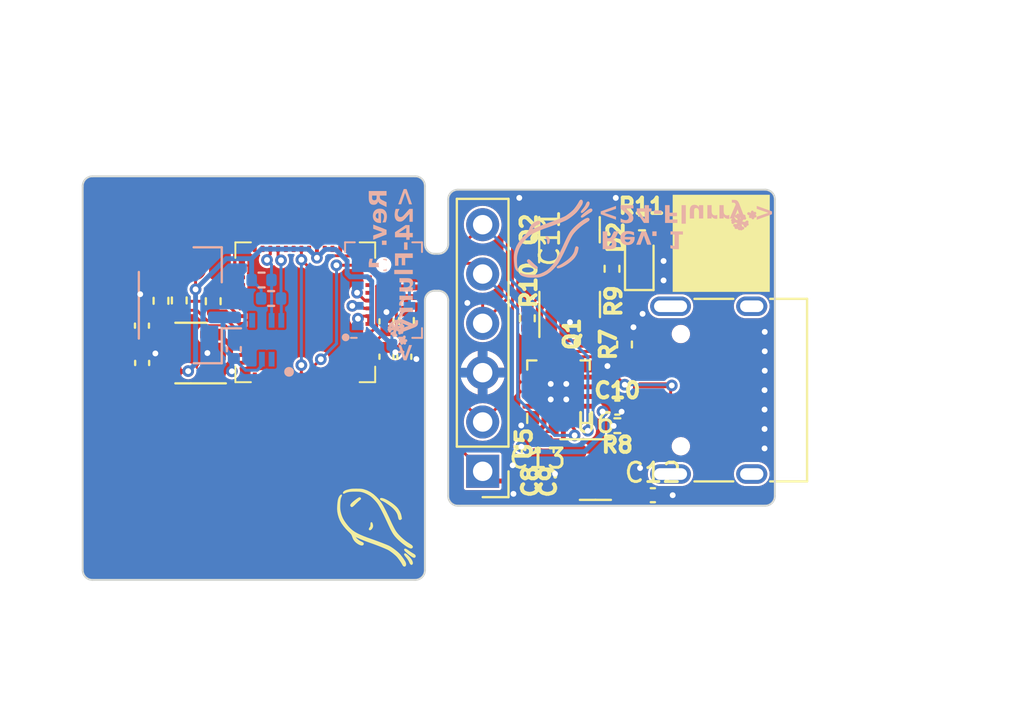
<source format=kicad_pcb>
(kicad_pcb (version 20221018) (generator pcbnew)
  (layers (0 "F.Cu" signal) (31 "B.Cu" signal) (34 "B.Paste" user) (35 "F.Paste" user) (36 "B.SilkS" user "B.Silkscreen") (37 "F.SilkS" user "F.Silkscreen") (38 "B.Mask" user) (39 "F.Mask" user) (44 "Edge.Cuts" user))
  (net 0 "")
  (net 1 "+BATT")
  (net 2 "GND")
  (net 3 "+3V3")
  (net 4 "/REG_OUT")
  (net 5 "Net-(D1-RK)")
  (net 6 "Net-(D1-GK)")
  (net 7 "Net-(D1-BK)")
  (net 8 "/ESP_EN")
  (net 9 "/BOOT0")
  (net 10 "/U0TXD")
  (net 11 "/U0RXD")
  (net 12 "VBUS")
  (net 13 "Net-(J3-CC1)")
  (net 14 "/USB_D+")
  (net 15 "/USB_D-")
  (net 16 "Net-(J3-CC2)")
  (net 18 "Net-(Q1-B)")
  (net 19 "/RTS")
  (net 20 "Net-(Q2-B)")
  (net 21 "/DTR")
  (net 22 "/SCL")
  (net 23 "/SDA")
  (net 24 "/LED_R")
  (net 25 "/LED_G")
  (net 26 "/LED_B")
  (net 27 "/MIC_SCK")
  (net 28 "/MIC_SD")
  (net 29 "/MIC_WS")
  (net 30 "/ACT")
  (net 31 "Net-(D2-A)")
  (net 32 "Net-(U1-LNA_IN)")
  (net 33 "Net-(U2-BP)")
  (net 39 "Net-(U6-BP)")
  (footprint "Capacitor_SMD:C_0402_1005Metric" (layer "F.Cu") (at 79.94 54.18)
    (fp_text reference "C13")
    (fp_text value "4.7u")
  )
  (footprint "Resistor_SMD:R_0402_1005Metric" (layer "F.Cu") (at 79.415 45.8 90)
    (fp_text reference "R10")
    (fp_text value "10k")
  )
  (footprint "Capacitor_SMD:C_0402_1005Metric" (layer "F.Cu") (at 85.88 54.91)
    (fp_text reference "C12")
    (fp_text value "10n")
  )
  (footprint "Capacitor_SMD:C_0402_1005Metric" (layer "F.Cu") (at 73.08 47.78 -90)
    (fp_text reference "C1" hide)
    (fp_text value "4.7u")
  )
  (footprint "Resistor_SMD:R_0402_1005Metric" (layer "F.Cu") (at 73.19 45.94 -90)
    (fp_text reference "R1" hide)
    (fp_text value "10k")
  )
  (footprint "Package_TO_SOT_SMD:SOT-23-5" (layer "F.Cu") (at 62.09 47.59 180)
    (fp_text reference "U2" hide)
    (fp_text value "SPX3819M5-L-3-3")
  )
  (footprint "Capacitor_SMD:C_0402_1005Metric" (layer "F.Cu") (at 79.49 52.59 -90)
    (fp_text reference "C8")
    (fp_text value "100n")
  )
  (footprint "Capacitor_SMD:C_0402_1005Metric" (layer "F.Cu") (at 72.16 45.96 90)
    (fp_text reference "C3" hide)
    (fp_text value "1u")
  )
  (footprint "Resistor_SMD:R_0402_1005Metric" (layer "F.Cu") (at 60.55 44.9 90)
    (fp_text reference "R6" hide)
    (fp_text value "1k")
  )
  (footprint "Capacitor_SMD:C_0402_1005Metric" (layer "F.Cu") (at 59.58 48.1 90)
    (fp_text reference "C5" hide)
    (fp_text value "4.7u")
  )
  (footprint "Package_DFN_QFN:QFN-16-1EP_3x3mm_P0.5mm_EP1.9x1.9mm" (layer "F.Cu") (at 81.02 49.58 90)
    (fp_text reference "U5")
    (fp_text value "CH343P")
  )
  (footprint "Capacitor_SMD:C_0402_1005Metric" (layer "F.Cu") (at 80.41 52.59 -90)
    (fp_text reference "C9")
    (fp_text value "1u")
  )
  (footprint "Package_TO_SOT_SMD:SOT-23-5" (layer "F.Cu") (at 82.92 53.59)
    (fp_text reference "U6")
    (fp_text value "SPX3819M5-L-3-3")
  )
  (footprint "Connector_PinHeader_2.54mm:PinHeader_1x06_P2.54mm_Vertical" (layer "F.Cu") (at 77.115 53.68 180)
    (fp_text reference "J2" hide)
    (fp_text value "Conn_01x06")
  )
  (footprint "Package_TO_SOT_SMD:SOT-23" (layer "F.Cu") (at 81.585 41.24 90)
    (fp_text reference "Q2")
    (fp_text value "MMBT3904")
  )
  (footprint "Capacitor_SMD:C_0402_1005Metric" (layer "F.Cu") (at 59.57 46.18 90)
    (fp_text reference "C4" hide)
    (fp_text value "10n")
  )
  (footprint "Capacitor_SMD:C_0402_1005Metric" (layer "F.Cu") (at 79.41 41.67 -90)
    (fp_text reference "C11")
    (fp_text value "1u")
  )
  (footprint "Duck_footprints:USB_C_Receptacle" (layer "F.Cu") (at 89.92 49.5 90)
    (fp_text reference "J3" hide)
    (fp_text value "USB_C_Receptacle_USB2.0_14P")
  )
  (footprint "Duck_footprints:ANT_IFA_USB_2.4GHz_50R" (layer "F.Cu") (at 73.34 49.735)
    (fp_text reference "AE1" hide)
    (fp_text value "2.4GHz 50R" hide)
  )
  (footprint "LOGO" (layer "F.Cu") (at 71.7 56.66)
    (fp_text reference "G***" hide)
    (fp_text value "LOGO" hide)
  )
  (footprint "Resistor_SMD:R_0402_1005Metric" (layer "F.Cu") (at 84.05 51.33 180)
    (fp_text reference "R8")
    (fp_text value "5.1k")
  )
  (footprint "LED_SMD:LED_0603_1608Metric" (layer "F.Cu") (at 85.18 42.86 90)
    (fp_text reference "D2")
    (fp_text value "White")
  )
  (footprint "Package_TO_SOT_SMD:SOT-23" (layer "F.Cu") (at 81.595 45.09 90)
    (fp_text reference "Q1")
    (fp_text value "MMBT3904")
  )
  (footprint "Espressif:ESP32-S3-PICO-1-LGA-56" (layer "F.Cu") (at 67.98 45.49 180)
    (fp_text reference "U1" hide)
    (fp_text value "ESP32-S3-PICO-1")
  )
  (footprint "Resistor_SMD:R_0402_1005Metric" (layer "F.Cu") (at 61.49 44.88 90)
    (fp_text reference "R5" hide)
    (fp_text value "1k")
  )
  (footprint "Capacitor_SMD:C_0402_1005Metric" (layer "F.Cu") (at 84.05 50.4)
    (fp_text reference "C10")
    (fp_text value "100n")
  )
  (footprint "Capacitor_SMD:C_0402_1005Metric" (layer "F.Cu") (at 72.16 47.78 -90)
    (fp_text reference "C2" hide)
    (fp_text value "100n")
  )
  (footprint "Duck_footprints:LED_1x04_D5.0_P1.27" (layer "F.Cu") (at 61.68 42.93 180)
    (fp_text reference "D1" hide)
    (fp_text value "LED_RAGB" hide)
  )
  (footprint "Resistor_SMD:R_0402_1005Metric" (layer "F.Cu") (at 84.42 47.15 90)
    (fp_text reference "R7")
    (fp_text value "5.1k")
  )
  (footprint "Resistor_SMD:R_0402_1005Metric" (layer "F.Cu") (at 85.32 40.89 180)
    (fp_text reference "R11")
    (fp_text value "10k")
  )
  (footprint "Duck_footprints:TestPoints_FFC_1x06_P0.5" (layer "F.Cu") (at 73.22 43.46 90)
    (fp_text reference "J1" hide)
    (fp_text value "Conn_01x06")
  )
  (footprint "Resistor_SMD:R_0402_1005Metric" (layer "F.Cu") (at 63.24 44.92 90)
    (fp_text reference "R4" hide)
    (fp_text value "1k")
  )
  (footprint "Resistor_SMD:R_0402_1005Metric" (layer "F.Cu") (at 83.775 43.25 -90)
    (fp_text reference "R9")
    (fp_text value "10k")
  )
  (footprint "MAX17048G+T10:SON50P200X200X80-9N-D" (layer "B.Cu") (at 65.995 46.9075 90)
    (fp_text reference "U4" hide)
    (fp_text value "MAX17048G+T10" hide)
  )
  (footprint "Resistor_SMD:R_0402_1005Metric" (layer "B.Cu") (at 65.73 43.83)
    (fp_text reference "R2" hide)
    (fp_text value "4.7k")
  )
  (footprint "LOGO" (layer "B.Cu") (at 80.8 41.62)
    (fp_text reference "G***" hide)
    (fp_text value "LOGO" hide)
  )
  (footprint "Connector_JST:JST_GH_SM02B-GHS-TB_1x02-1MP_P1.25mm_Horizontal" (layer "B.Cu") (at 61.97 45.13 90)
    (fp_text reference "BT1" hide)
    (fp_text value "Battery_Cell")
  )
  (footprint "INMP441:INMP441" (layer "B.Cu") (at 72.01 44.6325 90)
    (fp_text reference "U3" hide)
    (fp_text value "INMP441")
  )
  (footprint "Capacitor_SMD:C_0402_1005Metric" (layer "B.Cu") (at 72.92 47.17)
    (fp_text reference "C6" hide)
    (fp_text value "100n")
  )
  (footprint "Resistor_SMD:R_0402_1005Metric" (layer "B.Cu") (at 66.22 44.78)
    (fp_text reference "R3" hide)
    (fp_text value "4.7k")
  )
  (footprint "Capacitor_SMD:C_0402_1005Metric" (layer "B.Cu") (at 64.3 47.39 90)
    (fp_text reference "C7" hide)
    (fp_text value "100n")
  )
  (gr_line (start 73.01 46.21) (end 72.29 46.38) (stroke (width 0.15)) (layer "B.SilkS"))
  (gr_line (start 72.46 46.16) (end 72.47 46.04) (stroke (width 0.15)) (layer "B.SilkS"))
  (gr_line (start 90.28 40.6) (end 90.17 40.55) (stroke (width 0.15)) (layer "B.SilkS"))
  (gr_line (start 72.71 46.05) (end 72.62 45.95) (stroke (width 0.15)) (layer "B.SilkS"))
  (gr_line (start 72.84 46.56) (end 72.86 46.48) (stroke (width 0.15)) (layer "B.SilkS"))
  (gr_line (start 72.97 46.3) (end 72.89 46.23) (stroke (width 0.15)) (layer "B.SilkS"))
  (gr_line (start 72.53 46.69) (end 72.74 45.93) (stroke (width 0.15)) (layer "B.SilkS"))
  (gr_line (start 90.54 40.6) (end 90.52 40.53) (stroke (width 0.15)) (layer "B.SilkS"))
  (gr_line (start 72.54 46.55) (end 72.44 46.59) (stroke (width 0.15)) (layer "B.SilkS"))
  (gr_line (start 91.14 40.54) (end 90.81 40.41) (stroke (width 0.15)) (layer "B.SilkS"))
  (gr_line (start 90.04 40.68) (end 90.1 40.78) (stroke (width 0.15)) (layer "B.SilkS"))
  (gr_line (start 90.73 40.84) (end 90.6 40.95) (stroke (width 0.15)) (layer "B.SilkS"))
  (gr_line (start 90.26 40.48) (end 90.43 41.2) (stroke (width 0.15)) (layer "B.SilkS"))
  (gr_line (start 72.81 45.99) (end 72.71 46.05) (stroke (width 0.15)) (layer "B.SilkS"))
  (gr_line (start 90.61 40.65) (end 90.53 40.63) (stroke (width 0.15)) (layer "B.SilkS"))
  (gr_line (start 72.89 46.23) (end 72.94 46.12) (stroke (width 0.15)) (layer "B.SilkS"))
  (gr_line (start 72.89 46.49) (end 72.96 46.47) (stroke (width 0.15)) (layer "B.SilkS"))
  (gr_line (start 72.95 46.53) (end 72.36 46.11) (stroke (width 0.15)) (layer "B.SilkS"))
  (gr_line (start 91.13 40.39) (end 90.9 40.57) (stroke (width 0.15)) (layer "B.SilkS"))
  (gr_line (start 72.37 46.34) (end 72.3 46.28) (stroke (width 0.15)) (layer "B.SilkS"))
  (gr_line (start 72.95 47.09) (end 73.08 46.76) (stroke (width 0.15)) (layer "B.SilkS"))
  (gr_line (start 90.23 41.12) (end 90.22 41.02) (stroke (width 0.15)) (layer "B.SilkS"))
  (gr_line (start 72.37 46.18) (end 72.47 46.17) (stroke (width 0.15)) (layer "B.SilkS"))
  (gr_line (start 90.74 40.96) (end 89.98 40.75) (stroke (width 0.15)) (layer "B.SilkS"))
  (gr_line (start 90.39 41.12) (end 90.33 41.19) (stroke (width 0.15)) (layer "B.SilkS"))
  (gr_line (start 90.1 40.78) (end 90 40.87) (stroke (width 0.15)) (layer "B.SilkS"))
  (gr_line (start 90.6 40.95) (end 90.64 41.05) (stroke (width 0.15)) (layer "B.SilkS"))
  (gr_line (start 91 40.33) (end 91.03 40.63) (stroke (width 0.15)) (layer "B.SilkS"))
  (gr_line (start 90.21 41.03) (end 90.09 41.02) (stroke (width 0.15)) (layer "B.SilkS"))
  (gr_line (start 90.51 41.16) (end 90.39 41.12) (stroke (width 0.15)) (layer "B.SilkS"))
  (gr_line (start 90.58 40.54) (end 90.16 41.13) (stroke (width 0.15)) (layer "B.SilkS"))
  (gr_line (start 73.16 46.95) (end 72.86 46.98) (stroke (width 0.15)) (layer "B.SilkS"))
  (gr_line (start 72.65 46.68) (end 72.54 46.55) (stroke (width 0.15)) (layer "B.SilkS"))
  (gr_line (start 90.35 40.52) (end 90.28 40.6) (stroke (width 0.15)) (layer "B.SilkS"))
  (gr_line (start 72.33 46.46) (end 72.37 46.34) (stroke (width 0.15)) (layer "B.SilkS"))
  (gr_line (start 73.1 47.08) (end 72.92 46.85) (stroke (width 0.15)) (layer "B.SilkS"))
  (gr_rect (start 86.9 39.44) (end 91.9 44.44) (fill solid) (layer "F.SilkS"))
  (gr_arc (start 74.64 42.48) (mid 74.286447 42.333553) (end 74.14 41.98) (stroke (width 0.1)) (layer "Edge.Cuts"))
  (gr_arc (start 75.84 55.45) (mid 75.486447 55.303553) (end 75.34 54.95) (stroke (width 0.1)) (layer "Edge.Cuts"))
  (gr_line (start 75.34 39.68) (end 75.34 41.98) (stroke (width 0.1)) (layer "Edge.Cuts"))
  (gr_line (start 75.84 55.45) (end 91.66 55.45) (stroke (width 0.1)) (layer "Edge.Cuts"))
  (gr_line (start 74.64 44.38) (end 74.84 44.38) (stroke (width 0.1)) (layer "Edge.Cuts"))
  (gr_arc (start 75.34 41.98) (mid 75.193553 42.333553) (end 74.84 42.48) (stroke (width 0.1)) (layer "Edge.Cuts"))
  (gr_arc (start 92.16 54.95) (mid 92.013553 55.303553) (end 91.66 55.45) (stroke (width 0.1)) (layer "Edge.Cuts"))
  (gr_arc (start 74.14 58.77) (mid 73.993553 59.123553) (end 73.64 59.27) (stroke (width 0.1)) (layer "Edge.Cuts"))
  (gr_arc (start 74.84 44.38) (mid 75.193553 44.526447) (end 75.34 44.88) (stroke (width 0.1)) (layer "Edge.Cuts"))
  (gr_line (start 74.84 42.48) (end 74.64 42.48) (stroke (width 0.1)) (layer "Edge.Cuts"))
  (gr_line (start 74.14 38.99) (end 74.14 41.98) (stroke (width 0.1)) (layer "Edge.Cuts"))
  (gr_line (start 75.84 39.18) (end 91.66 39.18) (stroke (width 0.1)) (layer "Edge.Cuts"))
  (gr_arc (start 73.64 38.49) (mid 73.993553 38.636447) (end 74.14 38.99) (stroke (width 0.1)) (layer "Edge.Cuts"))
  (gr_line (start 75.34 54.95) (end 75.34 44.88) (stroke (width 0.1)) (layer "Edge.Cuts"))
  (gr_line (start 73.64 59.27) (end 57.02 59.27) (stroke (width 0.1)) (layer "Edge.Cuts"))
  (gr_arc (start 74.14 44.88) (mid 74.286447 44.526447) (end 74.64 44.38) (stroke (width 0.1)) (layer "Edge.Cuts"))
  (gr_line (start 56.52 38.99) (end 56.52 58.77) (stroke (width 0.1)) (layer "Edge.Cuts"))
  (gr_arc (start 91.66 39.18) (mid 92.013553 39.326447) (end 92.16 39.68) (stroke (width 0.1)) (layer "Edge.Cuts"))
  (gr_line (start 57.02 38.49) (end 73.64 38.49) (stroke (width 0.1)) (layer "Edge.Cuts"))
  (gr_arc (start 57.02 59.27) (mid 56.666447 59.123553) (end 56.52 58.77) (stroke (width 0.1)) (layer "Edge.Cuts"))
  (gr_line (start 92.16 54.95) (end 92.16 39.68) (stroke (width 0.1)) (layer "Edge.Cuts"))
  (gr_arc (start 56.52 38.99) (mid 56.666447 38.636447) (end 57.02 38.49) (stroke (width 0.1)) (layer "Edge.Cuts"))
  (gr_arc (start 75.34 39.68) (mid 75.486447 39.326447) (end 75.84 39.18) (stroke (width 0.1)) (layer "Edge.Cuts"))
  (gr_line (start 74.14 58.77) (end 74.14 44.88) (stroke (width 0.1)) (layer "Edge.Cuts"))
  (gr_text "<24-Flurry" (at 83.06 39.82 180) (layer "B.SilkS") (effects (font (size 0.9 0.9) (thickness 0.18) bold) (justify left bottom mirror)))
  (gr_text ">" (at 91.094291 39.82 180) (layer "B.SilkS") (effects (font (size 0.9 0.9) (thickness 0.18) bold) (justify left bottom mirror)))
  (gr_text "<24-Flurry" (at 73.67 39.01 90) (layer "B.SilkS") (effects (font (size 0.9 0.9) (thickness 0.18) bold) (justify left bottom mirror)))
  (gr_text "Rev. 1" (at 72.319684 39.13 90) (layer "B.SilkS") (effects (font (size 0.9 0.9) (thickness 0.18) bold) (justify left bottom mirror)))
  (gr_text ">" (at 73.67 47.044291 90) (layer "B.SilkS") (effects (font (size 0.9 0.9) (thickness 0.18) bold) (justify left bottom mirror)))
  (gr_text "Rev. 1" (at 83.18 41.170316 180) (layer "B.SilkS") (effects (font (size 0.9 0.9) (thickness 0.18) bold) (justify left bottom mirror)))
  (segment (start 64.2 48.53) (end 64.19 48.54) (width 0.25) (layer "F.Cu") (net 1))
  (segment (start 64.135 47.215) (end 63.56 46.64) (width 0.25) (layer "F.Cu") (net 1))
  (segment (start 64.135 48.055) (end 64.135 47.215) (width 0.25) (layer "F.Cu") (net 1))
  (segment (start 63.56 46.64) (end 63.2275 46.64) (width 0.25) (layer "F.Cu") (net 1))
  (segment (start 64.19 48.54) (end 63.2275 48.54) (width 0.25) (layer "F.Cu") (net 1))
  (segment (start 63.65 48.54) (end 64.135 48.055) (width 0.25) (layer "F.Cu") (net 1))
  (segment (start 63.2275 48.54) (end 63.65 48.54) (width 0.25) (layer "F.Cu") (net 1))
  (via (at 64.2 48.53) (size 0.6) (drill 0.3) (layers "F.Cu" "B.Cu") (net 1))
  (segment (start 65.745 48.235) (end 65.5025 48.4775) (width 0.15) (layer "B.Cu") (net 1))
  (segment (start 63.745 45.83) (end 63.745 47.315) (width 0.25) (layer "B.Cu") (net 1))
  (segment (start 63.82 45.755) (end 63.745 45.83) (width 0.25) (layer "B.Cu") (net 1))
  (segment (start 63.745 47.315) (end 64.3 47.87) (width 0.25) (layer "B.Cu") (net 1))
  (segment (start 65.5025 48.4775) (end 64.9075 48.4775) (width 0.15) (layer "B.Cu") (net 1))
  (segment (start 64.9075 48.4775) (end 64.3 47.87) (width 0.15) (layer "B.Cu") (net 1))
  (segment (start 64.2 48.53) (end 64.2 47.97) (width 0.25) (layer "B.Cu") (net 1))
  (segment (start 65.745 47.9075) (end 65.745 48.235) (width 0.15) (layer "B.Cu") (net 1))
  (segment (start 64.2 47.97) (end 64.3 47.87) (width 0.25) (layer "B.Cu") (net 1))
  (segment (start 76.325 44.611324) (end 75.223676 43.51) (width 0.15) (layer "F.Cu") (net 2))
  (segment (start 76.325 45.01) (end 76.325 44.611324) (width 0.15) (layer "F.Cu") (net 2))
  (segment (start 73.84 51.37) (end 73.62 51.37) (width 0.15) (layer "F.Cu") (net 2))
  (segment (start 73.22 43.71) (end 73.26 43.75) (width 0.15) (layer "F.Cu") (net 2))
  (segment (start 74.033162 43.51) (end 73.833162 43.71) (width 0.15) (layer "F.Cu") (net 2))
  (segment (start 75.223676 43.51) (end 74.033162 43.51) (width 0.15) (layer "F.Cu") (net 2))
  (segment (start 73.833162 43.71) (end 73.22 43.71) (width 0.15) (layer "F.Cu") (net 2))
  (via (at 86.9 54.91) (size 0.6) (drill 0.3) (layers "F.Cu" "B.Cu") (net 2))
  (via (at 83.97 39.6) (size 0.6) (drill 0.3) (layers "F.Cu" "B.Cu") (net 2))
  (via (at 83.86 51.34) (size 0.6) (drill 0.3) (layers "F.Cu" "B.Cu") (net 2))
  (via (at 79.1 51.32) (size 0.6) (drill 0.3) (layers "F.Cu" "B.Cu") (net 2))
  (via (at 60.26 47.61) (size 0.6) (drill 0.3) (layers "F.Cu" "B.Cu") (net 2))
  (via (at 91.64 46.5) (size 0.6) (drill 0.3) (layers "F.Cu" "B.Cu") (net 2))
  (via (at 91.63 52.5) (size 0.6) (drill 0.3) (layers "F.Cu" "B.Cu") (net 2))
  (via (at 91.63 50.5) (size 0.6) (drill 0.3) (layers "F.Cu" "B.Cu") (net 2))
  (via (at 91.64 47.5) (size 0.6) (drill 0.3) (layers "F.Cu" "B.Cu") (net 2))
  (via (at 81.42 49.98) (size 0.6) (drill 0.3) (layers "F.Cu" "B.Cu") (net 2))
  (via (at 79 39.6) (size 0.6) (drill 0.3) (layers "F.Cu" "B.Cu") (net 2))
  (via (at 91.63 49.5) (size 0.6) (drill 0.3) (layers "F.Cu" "B.Cu") (net 2))
  (via (at 81.42 49.18) (size 0.6) (drill 0.3) (layers "F.Cu" "B.Cu") (net 2))
  (via (at 84.88 46.26) (size 0.6) (drill 0.3) (layers "F.Cu" "B.Cu") (net 2))
  (via (at 86.43 43.85) (size 0.6) (drill 0.3) (layers "F.Cu" "B.Cu") (net 2))
  (via (at 78.66 53.37) (size 0.6) (drill 0.3) (layers "F.Cu" "B.Cu") (net 2))
  (via (at 80.84 53.81) (size 0.6) (drill 0.3) (layers "F.Cu" "B.Cu") (net 2))
  (via (at 59.48 44.56) (size 0.6) (drill 0.3) (layers "F.Cu" "B.Cu") (net 2))
  (via (at 85.22 53.51) (size 0.6) (drill 0.3) (layers "F.Cu" "B.Cu") (net 2))
  (via (at 80.62 49.18) (size 0.6) (drill 0.3) (layers "F.Cu" "B.Cu") (net 2))
  (via (at 78.7 54.84) (size 0.6) (drill 0.3) (layers "F.Cu" "B.Cu") (net 2))
  (via (at 86.43 42.85) (size 0.6) (drill 0.3) (layers "F.Cu" "B.Cu") (net 2))
  (via (at 85.35 45.57) (size 0.6) (drill 0.3) (layers "F.Cu" "B.Cu") (net 2))
  (via (at 72.16 45.48) (size 0.6) (drill 0.3) (layers "F.Cu" "B.Cu") (net 2))
  (via (at 83.54 48.26) (size 0.6) (drill 0.3) (layers "F.Cu" "B.Cu") (net 2))
  (via (at 84.268765 50.6108) (size 0.6) (drill 0.3) (layers "F.Cu" "B.Cu") (net 2))
  (via (at 91.64 48.5) (size 0.6) (drill 0.3) (layers "F.Cu" "B.Cu") (net 2))
  (via (at 91.63 51.5) (size 0.6) (drill 0.3) (layers "F.Cu" "B.Cu") (net 2))
  (via (at 81.61 46) (size 0.6) (drill 0.3) (layers "F.Cu" "B.Cu") (net 2))
  (via (at 73.7 47.9) (size 0.6) (drill 0.3) (layers "F.Cu" "B.Cu") (net 2))
  (via (at 62.94 47.59) (size 0.6) (drill 0.3) (layers "F.Cu" "B.Cu") (net 2))
  (via (at 76.325 45.01) (size 0.6) (drill 0.3) (layers "F.Cu" "B.Cu") (net 2))
  (via (at 80.62 49.98) (size 0.6) (drill 0.3) (layers "F.Cu" "B.Cu") (net 2))
  (segment (start 77.12 48.6) (end 77.115 48.6) (width 0.15) (layer "B.Cu") (net 2))
  (segment (start 60.9125 48.58) (end 60.9525 48.54) (width 0.25) (layer "F.Cu") (net 3))
  (segment (start 77.615 54.18) (end 79.46 54.18) (width 0.25) (layer "F.Cu") (net 3))
  (segment (start 73.18 44.75) (end 73.22 44.71) (width 0.25) (layer "F.Cu") (net 3))
  (segment (start 83.49 52.64) (end 84.0575 52.64) (width 0.25) (layer "F.Cu") (net 3))
  (segment (start 79.46 54.18) (end 80.365 55.085) (width 0.25) (layer "F.Cu") (net 3))
  (segment (start 70.58 48.07) (end 70.96 47.69) (width 0.25) (layer "F.Cu") (net 3))
  (segment (start 83.07 53.06) (end 83.49 52.64) (width 0.25) (layer "F.Cu") (net 3))
  (segment (start 73.755 46.005) (end 73.18 45.43) (width 0.25) (layer "F.Cu") (net 3))
  (segment (start 73.22 44.71) (end 73.8 44.71) (width 0.15) (layer "F.Cu") (net 3))
  (segment (start 72.15 47.29) (end 71.2425 47.29) (width 0.25) (layer "F.Cu") (net 3))
  (segment (start 75 44.05) (end 75.56 44.61) (width 0.15) (layer "F.Cu") (net 3))
  (segment (start 75.56 44.61) (end 75.56 52.125) (width 0.15) (layer "F.Cu") (net 3))
  (segment (start 68.580152 42.227652) (end 68.58 42.2275) (width 0.15) (layer "F.Cu") (net 3))
  (segment (start 61.95 48.52) (end 61.93 48.54) (width 0.25) (layer "F.Cu") (net 3))
  (segment (start 82.462772 55.085) (end 83.07 54.477772) (width 0.25) (layer "F.Cu") (net 3))
  (segment (start 70.58 48.7525) (end 70.58 48.07) (width 0.25) (layer "F.Cu") (net 3))
  (segment (start 59.58 48.58) (end 60.9125 48.58) (width 0.25) (layer "F.Cu") (net 3))
  (segment (start 70.58 48.7525) (end 70.18 48.7525) (width 0.25) (layer "F.Cu") (net 3))
  (segment (start 72.16 47.3) (end 72.15 47.29) (width 0.25) (layer "F.Cu") (net 3))
  (segment (start 61.93 48.54) (end 60.9525 48.54) (width 0.25) (layer "F.Cu") (net 3))
  (segment (start 62.33 44.31) (end 62.33 42.945) (width 0.15) (layer "F.Cu") (net 3))
  (segment (start 73.18 45.43) (end 73.18 44.75) (width 0.25) (layer "F.Cu") (net 3))
  (segment (start 74.46 44.05) (end 75 44.05) (width 0.15) (layer "F.Cu") (net 3))
  (segment (start 73.22 47.3) (end 73.755 46.765) (width 0.25) (layer "F.Cu") (net 3))
  (segment (start 62.33 42.945) (end 62.315 42.93) (width 0.15) (layer "F.Cu") (net 3))
  (segment (start 77.115 53.68) (end 77.615 54.18) (width 0.25) (layer "F.Cu") (net 3))
  (segment (start 70.96 47.69) (end 71.2425 47.69) (width 0.25) (layer "F.Cu") (net 3))
  (segment (start 72.16 47.3) (end 73.08 47.3) (width 0.25) (layer "F.Cu") (net 3))
  (segment (start 80.365 55.085) (end 82.462772 55.085) (width 0.25) (layer "F.Cu") (net 3))
  (segment (start 73.755 46.765) (end 73.755 46.005) (width 0.25) (layer "F.Cu") (net 3))
  (segment (start 68.580152 42.683786) (end 68.580152 42.227652) (width 0.15) (layer "F.Cu") (net 3))
  (segment (start 71.2425 47.29) (end 71.2425 47.69) (width 0.25) (layer "F.Cu") (net 3))
  (segment (start 73.08 47.3) (end 73.22 47.3) (width 0.25) (layer "F.Cu") (net 3))
  (segment (start 75.56 52.125) (end 77.115 53.68) (width 0.15) (layer "F.Cu") (net 3))
  (segment (start 73.8 44.71) (end 74.46 44.05) (width 0.15) (layer "F.Cu") (net 3))
  (segment (start 83.07 54.477772) (end 83.07 53.06) (width 0.25) (layer "F.Cu") (net 3))
  (via (at 68.580152 42.683786) (size 0.6) (drill 0.3) (layers "F.Cu" "B.Cu") (net 3))
  (via (at 61.95 48.52) (size 0.6) (drill 0.3) (layers "F.Cu" "B.Cu") (net 3))
  (via (at 72.62 47.55) (size 0.6) (drill 0.3) (layers "F.Cu" "B.Cu") (net 3))
  (via (at 62.33 44.31) (size 0.6) (drill 0.3) (layers "F.Cu" "B.Cu") (net 3))
  (segment (start 72.44 47.17) (end 72.44 46.0575) (width 0.15) (layer "B.Cu") (net 3))
  (segment (start 70.135 43.5025) (end 70.135 42.845) (width 0.25) (layer "B.Cu") (net 3))
  (segment (start 68.580152 42.683786) (end 68.643786 42.683786) (width 0.25) (layer "B.Cu") (net 3))
  (segment (start 65.22 43.83) (end 65.22 42.73) (width 0.25) (layer "B.Cu") (net 3))
  (segment (start 65.71 42.24) (end 65.22 42.73) (width 0.25) (layer "B.Cu") (net 3))
  (segment (start 69.013938 42.25) (end 68.580152 42.683786) (width 0.25) (layer "B.Cu") (net 3))
  (segment (start 63.91 42.73) (end 62.33 44.31) (width 0.25) (layer "B.Cu") (net 3))
  (segment (start 71.17543 43.6625) (end 70.295 43.6625) (width 0.25) (layer "B.Cu") (net 3))
  (segment (start 68.580152 42.683786) (end 68.136366 42.24) (width 0.25) (layer "B.Cu") (net 3))
  (segment (start 70.295 43.6625) (end 70.135 43.5025) (width 0.25) (layer "B.Cu") (net 3))
  (segment (start 70.135 42.845) (end 69.54 42.25) (width 0.25) (layer "B.Cu") (net 3))
  (segment (start 71.4 43.88707) (end 71.17543 43.6625) (width 0.25) (layer "B.Cu") (net 3))
  (segment (start 65.22 42.73) (end 63.91 42.73) (width 0.25) (layer "B.Cu") (net 3))
  (segment (start 68.136366 42.24) (end 65.71 42.24) (width 0.25) (layer "B.Cu") (net 3))
  (segment (start 72.44 47.17) (end 71.4 46.13) (width 0.25) (layer "B.Cu") (net 3))
  (segment (start 65.71 44.78) (end 65.71 44.32) (width 0.15) (layer "B.Cu") (net 3))
  (segment (start 62.33 44.31) (end 62.33 48.14) (width 0.25) (layer "B.Cu") (net 3))
  (segment (start 72.44 46.0575) (end 73.34 45.1575) (width 0.15) (layer "B.Cu") (net 3))
  (segment (start 62.33 48.14) (end 61.95 48.52) (width 0.25) (layer "B.Cu") (net 3))
  (segment (start 73.34 45.1575) (end 73.34 44.1075) (width 0.15) (layer "B.Cu") (net 3))
  (segment (start 69.54 42.25) (end 69.013938 42.25) (width 0.25) (layer "B.Cu") (net 3))
  (segment (start 71.4 46.13) (end 71.4 43.88707) (width 0.25) (layer "B.Cu") (net 3))
  (segment (start 65.71 44.32) (end 65.22 43.83) (width 0.15) (layer "B.Cu") (net 3))
  (segment (start 83 49.83) (end 83.57 50.4) (width 0.25) (layer "F.Cu") (net 4))
  (segment (start 83.285914 50.602904) (end 83.488818 50.4) (width 0.25) (layer "F.Cu") (net 4))
  (segment (start 83.488818 50.4) (end 83.57 50.4) (width 0.25) (layer "F.Cu") (net 4))
  (segment (start 79.49 52.11) (end 80.27 51.33) (width 0.25) (layer "F.Cu") (net 4))
  (segment (start 82.5325 49.83) (end 83 49.83) (width 0.25) (layer "F.Cu") (net 4))
  (segment (start 79.107692 52.408846) (end 79.191154 52.408846) (width 0.25) (layer "F.Cu") (net 4))
  (segment (start 80.27 51.0925) (end 80.27 51.1925) (width 0.25) (layer "F.Cu") (net 4))
  (segment (start 79.191154 52.408846) (end 79.49 52.11) (width 0.25) (layer "F.Cu") (net 4))
  (via (at 83.285914 50.602904) (size 0.6) (drill 0.3) (layers "F.Cu" "B.Cu") (net 4))
  (via (at 79.107692 52.408846) (size 0.6) (drill 0.3) (layers "F.Cu" "B.Cu") (net 4))
  (segment (start 79.107692 52.408846) (end 79.368846 52.67) (width 0.25) (layer "B.Cu") (net 4))
  (segment (start 82.36 52.67) (end 83.285914 51.744086) (width 0.25) (layer "B.Cu") (net 4))
  (segment (start 83.285914 51.744086) (end 83.285914 50.602904) (width 0.25) (layer "B.Cu") (net 4))
  (segment (start 79.368846 52.67) (end 82.36 52.67) (width 0.25) (layer "B.Cu") (net 4))
  (segment (start 63.585 42.93) (end 63.585 44.065) (width 0.15) (layer "F.Cu") (net 5))
  (segment (start 63.585 44.065) (end 63.24 44.41) (width 0.15) (layer "F.Cu") (net 5))
  (segment (start 61.045 43.925) (end 61.045 42.93) (width 0.15) (layer "F.Cu") (net 6))
  (segment (start 61.49 44.37) (end 61.045 43.925) (width 0.15) (layer "F.Cu") (net 6))
  (segment (start 59.775 42.93) (end 59.775 43.615) (width 0.15) (layer "F.Cu") (net 7))
  (segment (start 59.775 43.615) (end 60.55 44.39) (width 0.15) (layer "F.Cu") (net 7))
  (segment (start 79.41 41.19) (end 78.65 41.95) (width 0.15) (layer "F.Cu") (net 8))
  (segment (start 72.62 44.21) (end 72.37 44.46) (width 0.15) (layer "F.Cu") (net 8))
  (segment (start 75.83 49.855) (end 75.83 44.498162) (width 0.15) (layer "F.Cu") (net 8))
  (segment (start 78.65 41.95) (end 78.65 49.605) (width 0.15) (layer "F.Cu") (net 8))
  (segment (start 73.29 46.45) (end 72.67 46.45) (width 0.15) (layer "F.Cu") (net 8))
  (segment (start 72.17 46.45) (end 72.16 46.44) (width 0.15) (layer "F.Cu") (net 8))
  (segment (start 75.111838 43.78) (end 74.24 43.78) (width 0.15) (layer "F.Cu") (net 8))
  (segment (start 81.595 44.1525) (end 81.595 41.865) (width 0.15) (layer "F.Cu") (net 8))
  (segment (start 71.382358 46.89) (end 71.2425 46.89) (width 0.15) (layer "F.Cu") (net 8))
  (segment (start 79.41 41.19) (end 79.41 41.225) (width 0.15) (layer "F.Cu") (net 8))
  (segment (start 72.67 46.45) (end 72.17 46.45) (width 0.15) (layer "F.Cu") (net 8))
  (segment (start 72.37 44.92357) (end 72.67 45.22357) (width 0.12) (layer "F.Cu") (net 8))
  (segment (start 73.81 44.21) (end 73.22 44.21) (width 0.15) (layer "F.Cu") (net 8))
  (segment (start 78.65 49.605) (end 77.115 51.14) (width 0.15) (layer "F.Cu") (net 8))
  (segment (start 81.595 41.865) (end 80.975 41.245) (width 0.15) (layer "F.Cu") (net 8))
  (segment (start 75.83 44.498162) (end 75.111838 43.78) (width 0.15) (layer "F.Cu") (net 8))
  (segment (start 72.67 45.22357) (end 72.67 46.45) (width 0.15) (layer "F.Cu") (net 8))
  (segment (start 74.24 43.78) (end 73.81 44.21) (width 0.15) (layer "F.Cu") (net 8))
  (segment (start 80.975 41.245) (end 80.44 41.245) (width 0.15) (layer "F.Cu") (net 8))
  (segment (start 80.44 41.245) (end 79.39 41.245) (width 0.15) (layer "F.Cu") (net 8))
  (segment (start 72.37 44.46) (end 72.37 44.92357) (width 0.15) (layer "F.Cu") (net 8))
  (segment (start 72.16 46.44) (end 71.71 46.89) (width 0.15) (layer "F.Cu") (net 8))
  (segment (start 71.71 46.89) (end 71.2425 46.89) (width 0.15) (layer "F.Cu") (net 8))
  (segment (start 73.22 44.21) (end 72.62 44.21) (width 0.15) (layer "F.Cu") (net 8))
  (segment (start 77.115 51.14) (end 75.83 49.855) (width 0.15) (layer "F.Cu") (net 8))
  (segment (start 73.22 43.21) (end 73.25 43.24) (width 0.15) (layer "F.Cu") (net 9))
  (segment (start 72.59 43.21) (end 73.22 43.21) (width 0.15) (layer "F.Cu") (net 9))
  (segment (start 71.655 46.225) (end 71.655 44.145) (width 0.15) (layer "F.Cu") (net 9))
  (segment (start 71.39 46.49) (end 71.655 46.225) (width 0.15) (layer "F.Cu") (net 9))
  (segment (start 79.509858 40.3025) (end 78.38 41.432358) (width 0.15) (layer "F.Cu") (net 9))
  (segment (start 81.585 40.3025) (end 79.509858 40.3025) (width 0.15) (layer "F.Cu") (net 9))
  (segment (start 71.655 44.145) (end 72.59 43.21) (width 0.15) (layer "F.Cu") (net 9))
  (segment (start 77.115 44.997854) (end 77.115 46.06) (width 0.15) (layer "F.Cu") (net 9))
  (segment (start 81.4675 40.42) (end 81.585 40.3025) (width 0.15) (layer "F.Cu") (net 9))
  (segment (start 71.2425 46.49) (end 71.39 46.49) (width 0.15) (layer "F.Cu") (net 9))
  (segment (start 78.38 41.432358) (end 78.38 44.795) (width 0.15) (layer "F.Cu") (net 9))
  (segment (start 78.38 44.795) (end 77.115 46.06) (width 0.15) (layer "F.Cu") (net 9))
  (segment (start 73.25 43.24) (end 75.357146 43.24) (width 0.15) (layer "F.Cu") (net 9))
  (segment (start 75.357146 43.24) (end 77.115 44.997854) (width 0.15) (layer "F.Cu") (net 9))
  (segment (start 82.529295 51.591333) (end 82.529295 50.433205) (width 0.15) (layer "F.Cu") (net 10))
  (segment (start 67.777569 48.211772) (end 67.777569 48.750069) (width 0.15) (layer "F.Cu") (net 10))
  (segment (start 69.379964 42.579998) (end 69.939998 42.579998) (width 0.14) (layer "F.Cu") (net 10))
  (segment (start 77.115 40.98) (end 75.395 42.7) (width 0.15) (layer "F.Cu") (net 10))
  (segment (start 68.173786 43.178786) (end 67.78 42.785) (width 0.15) (layer "F.Cu") (net 10))
  (segment (start 67.777569 48.750069) (end 67.78 48.7525) (width 0.15) (layer "F.Cu") (net 10))
  (segment (start 71.540662 42.21) (end 73.22 42.21) (width 0.15) (layer "F.Cu") (net 10))
  (segment (start 71.160662 42.59) (end 71.540662 42.21) (width 0.15) (layer "F.Cu") (net 10))
  (segment (start 67.78 42.2275) (end 67.78 42.785) (width 0.15) (layer "F.Cu") (net 10))
  (segment (start 68.785188 43.178786) (end 68.173786 43.178786) (width 0.15) (layer "F.Cu") (net 10))
  (segment (start 82.529295 50.433205) (end 82.5325 50.43) (width 0.15) (layer "F.Cu") (net 10))
  (segment (start 68.785188 43.178786) (end 68.785188 43.174774) (width 0.14) (layer "F.Cu") (net 10))
  (segment (start 74.29 42.7) (end 73.8 42.21) (width 0.15) (layer "F.Cu") (net 10))
  (segment (start 69.939998 42.579998) (end 69.95 42.59) (width 0.15) (layer "F.Cu") (net 10))
  (segment (start 69.95 42.59) (end 71.160662 42.59) (width 0.15) (layer "F.Cu") (net 10))
  (segment (start 75.395 42.7) (end 74.29 42.7) (width 0.15) (layer "F.Cu") (net 10))
  (segment (start 68.785188 43.174774) (end 69.379964 42.579998) (width 0.14) (layer "F.Cu") (net 10))
  (segment (start 73.8 42.21) (end 73.22 42.21) (width 0.15) (layer "F.Cu") (net 10))
  (via (at 67.777569 48.211772) (size 0.6) (drill 0.3) (layers "F.Cu" "B.Cu") (net 10))
  (via (at 82.529295 51.591333) (size 0.6) (drill 0.3) (layers "F.Cu" "B.Cu") (net 10))
  (via (at 67.78 42.785) (size 0.6) (drill 0.3) (layers "F.Cu" "B.Cu") (net 10))
  (segment (start 82.53 51.59) (end 82.53 47.78) (width 0.15) (layer "B.Cu") (net 10))
  (segment (start 67.777569 48.211772) (end 67.78 48.209341) (width 0.15) (layer "B.Cu") (net 10))
  (segment (start 82.53 47.78) (end 78.53 43.78) (width 0.15) (layer "B.Cu") (net 10))
  (segment (start 67.78 48.209341) (end 67.78 42.785) (width 0.15) (layer "B.Cu") (net 10))
  (segment (start 78.53 43.78) (end 78.53 42.395) (width 0.15) (layer "B.Cu") (net 10))
  (segment (start 78.53 42.395) (end 77.115 40.98) (width 0.15) (layer "B.Cu") (net 10))
  (segment (start 72.5025 42.5725) (end 72.64 42.71) (width 0.15) (layer "F.Cu") (net 11))
  (segment (start 71.56 42.5725) (end 72.5025 42.5725) (width 0.15) (layer "F.Cu") (net 11))
  (segment (start 68.18 48.5) (end 68.18 48.7525) (width 0.15) (layer "F.Cu") (net 11))
  (segment (start 73.84 42.71) (end 74.1 42.97) (width 0.15) (layer "F.Cu") (net 11))
  (segment (start 68.769998 47.910002) (end 68.18 48.5) (width 0.15) (layer "F.Cu") (net 11))
  (segment (start 74.1 42.97) (end 76.565 42.97) (width 0.15) (layer "F.Cu") (net 11))
  (segment (start 69.584626 43.069998) (end 70.885 43.069998) (width 0.15) (layer "F.Cu") (net 11))
  (segment (start 73.22 42.71) (end 73.84 42.71) (width 0.15) (layer "F.Cu") (net 11))
  (segment (start 71.064998 42.89) (end 71.2425 42.89) (width 0.15) (layer "F.Cu") (net 11))
  (segment (start 76.565 42.97) (end 77.115 43.52) (width 0.15) (layer "F.Cu") (net 11))
  (segment (start 71.2425 42.89) (end 71.56 42.5725) (width 0.15) (layer "F.Cu") (net 11))
  (segment (start 72.64 42.71) (end 73.22 42.71) (width 0.15) (layer "F.Cu") (net 11))
  (segment (start 70.885 43.069998) (end 71.064998 42.89) (width 0.15) (layer "F.Cu") (net 11))
  (segment (start 81.77 51.45) (end 81.77 51.1925) (width 0.15) (layer "F.Cu") (net 11))
  (segment (start 68.78 47.910002) (end 68.769998 47.910002) (width 0.15) (layer "F.Cu") (net 11))
  (segment (start 81.85 51.53) (end 81.77 51.45) (width 0.15) (layer "F.Cu") (net 11))
  (via (at 69.584626 43.069998) (size 0.6) (drill 0.3) (layers "F.Cu" "B.Cu") (net 11))
  (via (at 68.78 47.910002) (size 0.6) (drill 0.3) (layers "F.Cu" "B.Cu") (net 11))
  (via (at 81.85 51.83) (size 0.6) (drill 0.3) (layers "F.Cu" "B.Cu") (net 11))
  (segment (start 69.59 43.075372) (end 69.59 47.100002) (width 0.15) (layer "B.Cu") (net 11))
  (segment (start 80.82 51.83) (end 78.92 49.93) (width 0.15) (layer "B.Cu") (net 11))
  (segment (start 78.92 49.93) (end 78.92 45.325) (width 0.15) (layer "B.Cu") (net 11))
  (segment (start 69.59 47.100002) (end 68.78 47.910002) (width 0.15) (layer "B.Cu") (net 11))
  (segment (start 69.584626 43.069998) (end 69.59 43.075372) (width 0.15) (layer "B.Cu") (net 11))
  (segment (start 78.92 45.325) (end 77.115 43.52) (width 0.15) (layer "B.Cu") (net 11))
  (segment (start 81.85 51.83) (end 80.82 51.83) (width 0.15) (layer "B.Cu") (net 11))
  (segment (start 86.45 51.95) (end 85.875 51.95) (width 0.25) (layer "F.Cu") (net 12))
  (segment (start 81.27 51.0925) (end 81.27 52.11) (width 0.25) (layer "F.Cu") (net 12))
  (segment (start 80.41 52.11) (end 81.27 52.11) (width 0.25) (layer "F.Cu") (net 12))
  (segment (start 82.31 54.54) (end 82.7 54.15) (width 0.25) (layer "F.Cu") (net 12))
  (segment (start 87.398621 47.988621) (end 88.59 46.797242) (width 0.15) (layer "F.Cu") (net 12))
  (segment (start 81.7825 54.54) (end 82.31 54.54) (width 0.25) (layer "F.Cu") (net 12))
  (segment (start 83.453676 47.13) (end 85.795 47.13) (width 0.15) (layer "F.Cu") (net 12))
  (segment (start 81.7825 52.6225) (end 81.7825 52.64) (width 0.25) (layer "F.Cu") (net 12))
  (segment (start 88.59 46.797242) (end 88.59 43.65) (width 0.15) (layer "F.Cu") (net 12))
  (segment (start 81.27 52.11) (end 81.7825 52.6225) (width 0.25) (layer "F.Cu") (net 12))
  (segment (start 82.803676 47.78) (end 83.453676 47.13) (width 0.15) (layer "F.Cu") (net 12))
  (segment (start 81.77 47.95) (end 81.94 47.78) (width 0.15) (layer "F.Cu") (net 12))
  (segment (start 81.77 48.0675) (end 81.77 47.95) (width 0.15) (layer "F.Cu") (net 12))
  (segment (start 85.875 47.05) (end 86.46 47.05) (width 0.25) (layer "F.Cu") (net 12))
  (segment (start 85.795 47.13) (end 85.875 47.05) (width 0.15) (layer "F.Cu") (net 12))
  (segment (start 83.39 51.95) (end 82.7 52.64) (width 0.25) (layer "F.Cu") (net 12))
  (segment (start 87.398621 47.988621) (end 87.398621 51.001379) (width 0.25) (layer "F.Cu") (net 12))
  (segment (start 81.94 47.78) (end 82.803676 47.78) (width 0.15) (layer "F.Cu") (net 12))
  (segment (start 81.7825 52.64) (end 82.7 52.64) (width 0.25) (layer "F.Cu") (net 12))
  (segment (start 82.7 54.15) (end 82.7 52.64) (width 0.25) (layer "F.Cu") (net 12))
  (segment (start 87.398621 51.001379) (end 86.45 51.95) (width 0.25) (layer "F.Cu") (net 12))
  (segment (start 86.46 47.05) (end 87.398621 47.988621) (width 0.25) (layer "F.Cu") (net 12))
  (segment (start 85.875 51.95) (end 83.39 51.95) (width 0.25) (layer "F.Cu") (net 12))
  (segment (start 88.59 43.65) (end 85.83 40.89) (width 0.15) (layer "F.Cu") (net 12))
  (segment (start 85.14 50.75) (end 84.56 51.33) (width 0.15) (layer "F.Cu") (net 13))
  (segment (start 85.875 50.75) (end 85.14 50.75) (width 0.15) (layer "F.Cu") (net 13))
  (segment (start 82.5325 49.33) (end 83.82 49.33) (width 0.15) (layer "F.Cu") (net 14))
  (segment (start 85.875 48.75) (end 85.17 48.75) (width 0.15) (layer "F.Cu") (net 14))
  (segment (start 84.93 48.99) (end 84.93 49.73) (width 0.15) (layer "F.Cu") (net 14))
  (segment (start 83.82 49.33) (end 84.22 49.73) (width 0.15) (layer "F.Cu") (net 14))
  (segment (start 85.855 49.73) (end 85.875 49.75) (width 0.15) (layer "F.Cu") (net 14))
  (segment (start 84.93 49.73) (end 85.855 49.73) (width 0.15) (layer "F.Cu") (net 14))
  (segment (start 84.22 49.73) (end 84.93 49.73) (width 0.15) (layer "F.Cu") (net 14))
  (segment (start 85.17 48.75) (end 84.93 48.99) (width 0.15) (layer "F.Cu") (net 14))
  (segment (start 84.43 49.22) (end 84.04 48.83) (width 0.15) (layer "F.Cu") (net 15))
  (segment (start 85.875 49.25) (end 86.64 49.25) (width 0.15) (layer "F.Cu") (net 15))
  (segment (start 84.04 48.83) (end 82.5325 48.83) (width 0.15) (layer "F.Cu") (net 15))
  (segment (start 86.795 49.405) (end 86.795 50.025) (width 0.15) (layer "F.Cu") (net 15))
  (segment (start 86.64 49.25) (end 86.795 49.405) (width 0.15) (layer "F.Cu") (net 15))
  (segment (start 86.795 50.025) (end 86.57 50.25) (width 0.15) (layer "F.Cu") (net 15))
  (segment (start 86.57 50.25) (end 85.875 50.25) (width 0.15) (layer "F.Cu") (net 15))
  (via (at 86.853621 49.26) (size 0.6) (drill 0.3) (layers "F.Cu" "B.Cu") (net 15))
  (via (at 84.43 49.22) (size 0.6) (drill 0.3) (layers "F.Cu" "B.Cu") (net 15))
  (segment (start 86.813621 49.22) (end 84.43 49.22) (width 0.15) (layer "B.Cu") (net 15))
  (segment (start 86.853621 49.26) (end 86.813621 49.22) (width 0.15) (layer "B.Cu") (net 15))
  (segment (start 85.875 47.75) (end 84.51 47.75) (width 0.15) (layer "F.Cu") (net 16))
  (segment (start 84.51 47.75) (end 84.42 47.66) (width 0.15) (layer "F.Cu") (net 16))
  (segment (start 80.645 46.0275) (end 80.645 45.635) (width 0.15) (layer "F.Cu") (net 18))
  (segment (start 80.645 45.635) (end 81.185 45.095) (width 0.15) (layer "F.Cu") (net 18))
  (segment (start 81.185 45.095) (end 82.44 45.095) (width 0.15) (layer "F.Cu") (net 18))
  (segment (start 82.44 45.095) (end 83.775 43.76) (width 0.15) (layer "F.Cu") (net 18))
  (segment (start 79.415 48.7375) (end 79.5075 48.83) (width 0.15) (layer "F.Cu") (net 19))
  (segment (start 80.065 46.96) (end 82.04 46.96) (width 0.15) (layer "F.Cu") (net 19))
  (segment (start 82.04 46.96) (end 82.545 46.455) (width 0.15) (layer "F.Cu") (net 19))
  (segment (start 79.415 46.31) (end 79.415 48.7375) (width 0.15) (layer "F.Cu") (net 19))
  (segment (start 79.415 46.31) (end 80.065 46.96) (width 0.15) (layer "F.Cu") (net 19))
  (segment (start 82.545 46.455) (end 82.545 46.0275) (width 0.15) (layer "F.Cu") (net 19))
  (segment (start 80.635 42.1775) (end 80.635 44.07) (width 0.15) (layer "F.Cu") (net 20))
  (segment (start 80.635 44.07) (end 79.415 45.29) (width 0.15) (layer "F.Cu") (net 20))
  (segment (start 84.32 43.285) (end 83.775 42.74) (width 0.15) (layer "F.Cu") (net 21))
  (segment (start 83.04 46.01) (end 83.04 45.3) (width 0.15) (layer "F.Cu") (net 21))
  (segment (start 83.04 45.3) (end 83.975 44.365) (width 0.15) (layer "F.Cu") (net 21))
  (segment (start 80.86 47.24) (end 82.58 47.24) (width 0.15) (layer "F.Cu") (net 21))
  (segment (start 84.32 44.02) (end 84.32 43.285) (width 0.15) (layer "F.Cu") (net 21))
  (segment (start 83.975 44.365) (end 84.32 44.02) (width 0.15) (layer "F.Cu") (net 21))
  (segment (start 83.775 42.74) (end 82.88 42.74) (width 0.15) (layer "F.Cu") (net 21))
  (segment (start 82.88 42.74) (end 82.535 42.395) (width 0.15) (layer "F.Cu") (net 21))
  (segment (start 82.535 42.395) (end 82.535 42.1775) (width 0.15) (layer "F.Cu") (net 21))
  (segment (start 83.04 46.78) (end 83.04 46.01) (width 0.15) (layer "F.Cu") (net 21))
  (segment (start 82.58 47.24) (end 83.04 46.78) (width 0.15) (layer "F.Cu") (net 21))
  (segment (start 80.27 48.0675) (end 80.27 47.83) (width 0.15) (layer "F.Cu") (net 21))
  (segment (start 80.27 47.83) (end 80.86 47.24) (width 0.15) (layer "F.Cu") (net 21))
  (segment (start 66.010159 42.797466) (end 66.010159 42.659292) (width 0.15) (layer "F.Cu") (net 22))
  (segment (start 66.010159 42.659292) (end 66.18 42.489451) (width 0.15) (layer "F.Cu") (net 22))
  (segment (start 66.18 42.489451) (end 66.18 42.2275) (width 0.15) (layer "F.Cu") (net 22))
  (via (at 66.010159 42.797466) (size 0.6) (drill 0.3) (layers "F.Cu" "B.Cu") (net 22))
  (segment (start 66.24 43.027307) (end 66.24 43.83) (width 0.15) (layer "B.Cu") (net 22))
  (segment (start 66.245 43.835) (end 66.24 43.83) (width 0.15) (layer "B.Cu") (net 22))
  (segment (start 66.010159 42.797466) (end 66.24 43.027307) (width 0.15) (layer "B.Cu") (net 22))
  (segment (start 66.245 45.9075) (end 66.245 43.835) (width 0.15) (layer "B.Cu") (net 22))
  (segment (start 66.73 42.812685) (end 66.58 42.662685) (width 0.15) (layer "F.Cu") (net 23))
  (segment (start 66.58 42.662685) (end 66.58 42.2275) (width 0.15) (layer "F.Cu") (net 23))
  (via (at 66.73 42.812685) (size 0.6) (drill 0.3) (layers "F.Cu" "B.Cu") (net 23))
  (segment (start 66.745 44.795) (end 66.73 44.78) (width 0.15) (layer "B.Cu") (net 23))
  (segment (start 66.745 45.9075) (end 66.745 44.795) (width 0.15) (layer "B.Cu") (net 23))
  (segment (start 66.73 42.812685) (end 66.73 44.78) (width 0.15) (layer "B.Cu") (net 23))
  (segment (start 64.57 46.09) (end 63.91 45.43) (width 0.15) (layer "F.Cu") (net 24))
  (segment (start 64.7175 46.09) (end 64.57 46.09) (width 0.15) (layer "F.Cu") (net 24))
  (segment (start 63.91 45.43) (end 63.24 45.43) (width 0.15) (layer "F.Cu") (net 24))
  (segment (start 64.556324 46.49) (end 63.976324 45.91) (width 0.15) (layer "F.Cu") (net 25))
  (segment (start 62.4 45.39) (end 61.49 45.39) (width 0.15) (layer "F.Cu") (net 25))
  (segment (start 64.7175 46.49) (end 64.556324 46.49) (width 0.15) (layer "F.Cu") (net 25))
  (segment (start 62.92 45.91) (end 62.4 45.39) (width 0.15) (layer "F.Cu") (net 25))
  (segment (start 63.976324 45.91) (end 62.92 45.91) (width 0.15) (layer "F.Cu") (net 25))
  (segment (start 64.7175 45.69) (end 64.56 45.69) (width 0.15) (layer "F.Cu") (net 26))
  (segment (start 64.56 45.69) (end 63.795 44.925) (width 0.15) (layer "F.Cu") (net 26))
  (segment (start 61.035 44.925) (end 60.55 45.41) (width 0.15) (layer "F.Cu") (net 26))
  (segment (start 63.795 44.925) (end 61.035 44.925) (width 0.15) (layer "F.Cu") (net 26))
  (segment (start 70.69152 45.818934) (end 70.820454 45.69) (width 0.15) (layer "F.Cu") (net 27))
  (segment (start 70.820454 45.69) (end 71.2425 45.69) (width 0.15) (layer "F.Cu") (net 27))
  (segment (start 71.2425 45.69) (end 71.2425 46.09) (width 0.15) (layer "F.Cu") (net 27))
  (via (at 70.69152 45.818934) (size 0.6) (drill 0.3) (layers "F.Cu" "B.Cu") (net 27))
  (segment (start 70.69152 45.818934) (end 70.68 45.830454) (width 0.15) (layer "B.Cu") (net 27))
  (segment (start 70.68 45.830454) (end 70.68 46.2075) (width 0.15) (layer "B.Cu") (net 27))
  (segment (start 70.885 45.17) (end 71.005 45.29) (width 0.15) (layer "F.Cu") (net 28))
  (segment (start 70.409415 45.17) (end 70.885 45.17) (width 0.15) (layer "F.Cu") (net 28))
  (segment (start 70.400002 45.160587) (end 70.409415 45.17) (width 0.15) (layer "F.Cu") (net 28))
  (segment (start 71.005 45.29) (end 71.2425 45.29) (width 0.15) (layer "F.Cu") (net 28))
  (via (at 70.400002 45.160587) (size 0.6) (drill 0.3) (layers "F.Cu" "B.Cu") (net 28))
  (segment (start 70.676913 45.160587) (end 70.68 45.1575) (width 0.15) (layer "B.Cu") (net 28))
  (segment (start 70.400002 45.160587) (end 70.676913 45.160587) (width 0.15) (layer "B.Cu") (net 28))
  (segment (start 70.647651 44.484515) (end 71.053136 44.89) (width 0.15) (layer "F.Cu") (net 29))
  (segment (start 71.053136 44.89) (end 71.2425 44.89) (width 0.15) (layer "F.Cu") (net 29))
  (via (at 70.647651 44.484515) (size 0.6) (drill 0.3) (layers "F.Cu" "B.Cu") (net 29))
  (segment (start 70.647651 44.139849) (end 70.68 44.1075) (width 0.15) (layer "B.Cu") (net 29))
  (segment (start 70.647651 44.484515) (end 70.647651 44.139849) (width 0.15) (layer "B.Cu") (net 29))
  (segment (start 82.691838 47.51) (end 83.31 46.891838) (width 0.15) (layer "F.Cu") (net 30))
  (segment (start 83.31 46.29) (end 83.31 45.711838) (width 0.15) (layer "F.Cu") (net 30))
  (segment (start 81.27 48.0675) (end 81.27 47.830001) (width 0.15) (layer "F.Cu") (net 30))
  (segment (start 84.84 44.181838) (end 84.84 43.71) (width 0.15) (layer "F.Cu") (net 30))
  (segment (start 81.27 47.830001) (end 81.590001 47.51) (width 0.15) (layer "F.Cu") (net 30))
  (segment (start 83.31 46.891838) (end 83.31 46.29) (width 0.15) (layer "F.Cu") (net 30))
  (segment (start 83.31 45.711838) (end 84.84 44.181838) (width 0.15) (layer "F.Cu") (net 30))
  (segment (start 81.590001 47.51) (end 82.691838 47.51) (width 0.15) (layer "F.Cu") (net 30))
  (segment (start 84.81 41.7025) (end 85.18 42.0725) (width 0.15) (layer "F.Cu") (net 31))
  (segment (start 84.81 40.89) (end 84.81 41.7025) (width 0.15) (layer "F.Cu") (net 31))
  (segment (start 71.2425 48.09) (end 71.2425 52.1825) (width 0.25) (layer "F.Cu") (net 32))
  (segment (start 71.2425 52.1825) (end 71.24 52.185) (width 0.25) (layer "F.Cu") (net 32))
  (segment (start 59.59 46.64) (end 59.57 46.66) (width 0.25) (layer "F.Cu") (net 33))
  (segment (start 60.9525 46.64) (end 59.59 46.64) (width 0.25) (layer "F.Cu") (net 33))
  (segment (start 85.03 54.54) (end 85.4 54.91) (width 0.25) (layer "F.Cu") (net 39))
  (segment (start 84.0575 54.54) (end 85.03 54.54) (width 0.25) (layer "F.Cu") (net 39))
  (zone (net 14) (net_name "/USB_D+") (layer "F.Cu") (priority 2) (connect_pads yes (clearance 0.15)) (min_thickness 0.1) (fill yes (thermal_gap 0.5) (thermal_bridge_width 0.5))
    (polygon (pts (xy 84.95 49.51) (xy 84.76 49.73) (xy 85.1 49.73)))
  )
  (zone (net 12) (net_name "VBUS") (layer "F.Cu") (priority 3) (connect_pads yes (clearance 0.12)) (min_thickness 0.12) (fill yes (thermal_gap 0.3) (thermal_bridge_width 0.5))
    (polygon (pts (xy 87.19 47.77) (xy 87.68 47.73) (xy 87.45 48.21)))
  )
  (zone (net 2) (net_name "GND") (layers "F&B.Cu") (connect_pads thru_hole_only (clearance 0.12)) (min_thickness 0.1) (fill yes (thermal_gap 0.3) (thermal_bridge_width 0.5))
    (polygon (pts (xy 52.26 29.85) (xy 52.44 66.36) (xy 105.01 65.66) (xy 103.87 29.41)))
  )
)
</source>
